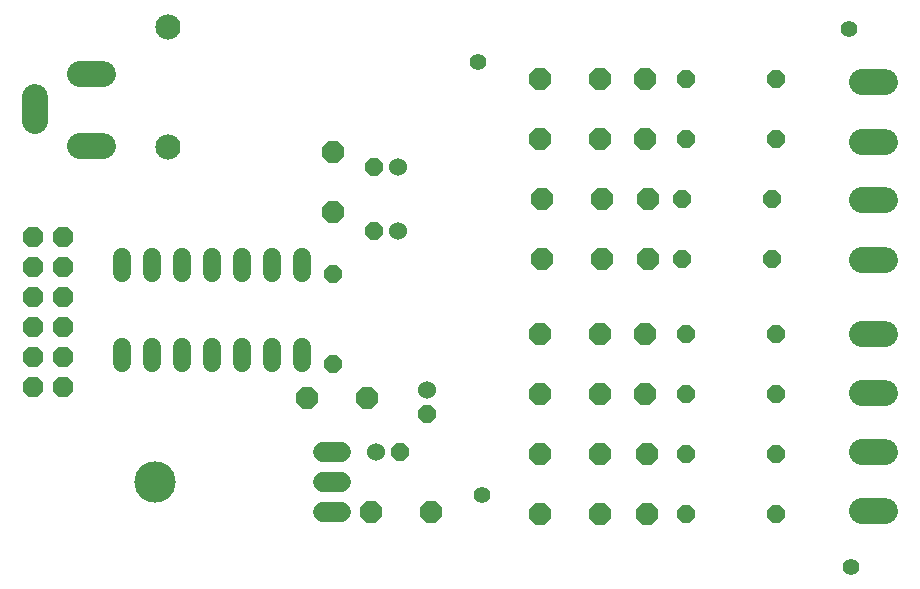
<source format=gbs>
G75*
%MOIN*%
%OFA0B0*%
%FSLAX25Y25*%
%IPPOS*%
%LPD*%
%AMOC8*
5,1,8,0,0,1.08239X$1,22.5*
%
%ADD10C,0.05524*%
%ADD11OC8,0.06000*%
%ADD12C,0.06000*%
%ADD13OC8,0.07100*%
%ADD14C,0.06000*%
%ADD15C,0.06800*%
%ADD16C,0.13800*%
%ADD17OC8,0.06800*%
%ADD18C,0.08600*%
%ADD19C,0.08674*%
%ADD20C,0.08400*%
D10*
X0166175Y0041800D03*
X0289300Y0018050D03*
X0164925Y0186175D03*
X0288675Y0197425D03*
D11*
X0264300Y0180550D03*
X0234300Y0180550D03*
X0234300Y0160550D03*
X0233050Y0140550D03*
X0233050Y0120550D03*
X0263050Y0120550D03*
X0263050Y0140550D03*
X0264300Y0160550D03*
X0264300Y0095550D03*
X0264300Y0075550D03*
X0234300Y0075550D03*
X0234300Y0095550D03*
X0234300Y0055550D03*
X0234300Y0035550D03*
X0264300Y0035550D03*
X0264300Y0055550D03*
X0148050Y0069050D03*
X0138925Y0056175D03*
X0116800Y0085550D03*
X0116800Y0115550D03*
X0130300Y0129925D03*
X0130300Y0151175D03*
D12*
X0138300Y0151175D03*
X0138300Y0129925D03*
X0148050Y0077050D03*
X0130925Y0056175D03*
D13*
X0128050Y0074300D03*
X0108050Y0074300D03*
X0129300Y0036175D03*
X0149300Y0036175D03*
X0185550Y0035550D03*
X0205550Y0035550D03*
X0221175Y0035550D03*
X0221175Y0055550D03*
X0205550Y0055550D03*
X0185550Y0055550D03*
X0185550Y0075550D03*
X0205550Y0075550D03*
X0220550Y0075550D03*
X0220550Y0095550D03*
X0205550Y0095550D03*
X0185550Y0095550D03*
X0186175Y0120550D03*
X0206175Y0120550D03*
X0221800Y0120550D03*
X0221800Y0140550D03*
X0206175Y0140550D03*
X0186175Y0140550D03*
X0185550Y0160550D03*
X0205550Y0160550D03*
X0220550Y0160550D03*
X0220550Y0180550D03*
X0205550Y0180550D03*
X0185550Y0180550D03*
X0116800Y0156175D03*
X0116800Y0136175D03*
D14*
X0106175Y0121275D02*
X0106175Y0116075D01*
X0096175Y0116075D02*
X0096175Y0121275D01*
X0086175Y0121275D02*
X0086175Y0116075D01*
X0076175Y0116075D02*
X0076175Y0121275D01*
X0066175Y0121275D02*
X0066175Y0116075D01*
X0056175Y0116075D02*
X0056175Y0121275D01*
X0046175Y0121275D02*
X0046175Y0116075D01*
X0046175Y0091275D02*
X0046175Y0086075D01*
X0056175Y0086075D02*
X0056175Y0091275D01*
X0066175Y0091275D02*
X0066175Y0086075D01*
X0076175Y0086075D02*
X0076175Y0091275D01*
X0086175Y0091275D02*
X0086175Y0086075D01*
X0096175Y0086075D02*
X0096175Y0091275D01*
X0106175Y0091275D02*
X0106175Y0086075D01*
D15*
X0113175Y0056175D02*
X0119175Y0056175D01*
X0119175Y0046175D02*
X0113175Y0046175D01*
X0113175Y0036175D02*
X0119175Y0036175D01*
D16*
X0057175Y0046175D03*
D17*
X0026800Y0078050D03*
X0016800Y0078050D03*
X0016800Y0088050D03*
X0026800Y0088050D03*
X0026800Y0098050D03*
X0016800Y0098050D03*
X0016800Y0108050D03*
X0026800Y0108050D03*
X0026800Y0118050D03*
X0016800Y0118050D03*
X0016800Y0128050D03*
X0026800Y0128050D03*
D18*
X0292900Y0120325D02*
X0300700Y0120325D01*
X0300700Y0140125D02*
X0292900Y0140125D01*
X0292900Y0159725D02*
X0300700Y0159725D01*
X0300700Y0179525D02*
X0292900Y0179525D01*
X0292900Y0095775D02*
X0300700Y0095775D01*
X0300700Y0075975D02*
X0292900Y0075975D01*
X0292900Y0056375D02*
X0300700Y0056375D01*
X0300700Y0036575D02*
X0292900Y0036575D01*
D19*
X0040112Y0158345D02*
X0032238Y0158345D01*
X0017277Y0166613D02*
X0017277Y0174487D01*
X0032238Y0182361D02*
X0040112Y0182361D01*
D20*
X0061800Y0198050D03*
X0061800Y0158050D03*
M02*

</source>
